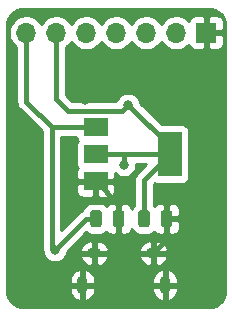
<source format=gbr>
%TF.GenerationSoftware,KiCad,Pcbnew,(5.1.7)-1*%
%TF.CreationDate,2021-02-24T18:36:54+01:00*%
%TF.ProjectId,Temperature-controller-with-ESP8266,54656d70-6572-4617-9475-72652d636f6e,rev?*%
%TF.SameCoordinates,Original*%
%TF.FileFunction,Copper,L2,Bot*%
%TF.FilePolarity,Positive*%
%FSLAX46Y46*%
G04 Gerber Fmt 4.6, Leading zero omitted, Abs format (unit mm)*
G04 Created by KiCad (PCBNEW (5.1.7)-1) date 2021-02-24 18:36:54*
%MOMM*%
%LPD*%
G01*
G04 APERTURE LIST*
%TA.AperFunction,ComponentPad*%
%ADD10O,1.250000X0.950000*%
%TD*%
%TA.AperFunction,ComponentPad*%
%ADD11O,0.890000X1.550000*%
%TD*%
%TA.AperFunction,SMDPad,CuDef*%
%ADD12R,2.000000X3.800000*%
%TD*%
%TA.AperFunction,SMDPad,CuDef*%
%ADD13R,2.000000X1.500000*%
%TD*%
%TA.AperFunction,ComponentPad*%
%ADD14R,1.700000X1.700000*%
%TD*%
%TA.AperFunction,ComponentPad*%
%ADD15O,1.700000X1.700000*%
%TD*%
%TA.AperFunction,ViaPad*%
%ADD16C,0.800000*%
%TD*%
%TA.AperFunction,Conductor*%
%ADD17C,0.400000*%
%TD*%
%TA.AperFunction,Conductor*%
%ADD18C,0.254000*%
%TD*%
%TA.AperFunction,Conductor*%
%ADD19C,0.100000*%
%TD*%
G04 APERTURE END LIST*
%TO.P,C7,1*%
%TO.N,Net-(C7-Pad1)*%
%TA.AperFunction,SMDPad,CuDef*%
G36*
G01*
X131646000Y-89756000D02*
X131646000Y-88806000D01*
G75*
G02*
X131896000Y-88556000I250000J0D01*
G01*
X132396000Y-88556000D01*
G75*
G02*
X132646000Y-88806000I0J-250000D01*
G01*
X132646000Y-89756000D01*
G75*
G02*
X132396000Y-90006000I-250000J0D01*
G01*
X131896000Y-90006000D01*
G75*
G02*
X131646000Y-89756000I0J250000D01*
G01*
G37*
%TD.AperFunction*%
%TO.P,C7,2*%
%TO.N,Net-(C5-Pad2)*%
%TA.AperFunction,SMDPad,CuDef*%
G36*
G01*
X133546000Y-89756000D02*
X133546000Y-88806000D01*
G75*
G02*
X133796000Y-88556000I250000J0D01*
G01*
X134296000Y-88556000D01*
G75*
G02*
X134546000Y-88806000I0J-250000D01*
G01*
X134546000Y-89756000D01*
G75*
G02*
X134296000Y-90006000I-250000J0D01*
G01*
X133796000Y-90006000D01*
G75*
G02*
X133546000Y-89756000I0J250000D01*
G01*
G37*
%TD.AperFunction*%
%TD*%
%TO.P,C8,2*%
%TO.N,Net-(C5-Pad2)*%
%TA.AperFunction,SMDPad,CuDef*%
G36*
G01*
X137610000Y-89756000D02*
X137610000Y-88806000D01*
G75*
G02*
X137860000Y-88556000I250000J0D01*
G01*
X138360000Y-88556000D01*
G75*
G02*
X138610000Y-88806000I0J-250000D01*
G01*
X138610000Y-89756000D01*
G75*
G02*
X138360000Y-90006000I-250000J0D01*
G01*
X137860000Y-90006000D01*
G75*
G02*
X137610000Y-89756000I0J250000D01*
G01*
G37*
%TD.AperFunction*%
%TO.P,C8,1*%
%TO.N,Net-(C8-Pad1)*%
%TA.AperFunction,SMDPad,CuDef*%
G36*
G01*
X135710000Y-89756000D02*
X135710000Y-88806000D01*
G75*
G02*
X135960000Y-88556000I250000J0D01*
G01*
X136460000Y-88556000D01*
G75*
G02*
X136710000Y-88806000I0J-250000D01*
G01*
X136710000Y-89756000D01*
G75*
G02*
X136460000Y-90006000I-250000J0D01*
G01*
X135960000Y-90006000D01*
G75*
G02*
X135710000Y-89756000I0J250000D01*
G01*
G37*
%TD.AperFunction*%
%TD*%
D10*
%TO.P,J11,6*%
%TO.N,Net-(C5-Pad2)*%
X131993000Y-92199000D03*
X136993000Y-92199000D03*
D11*
X130993000Y-94899000D03*
X137993000Y-94899000D03*
%TD*%
D12*
%TO.P,U8,2*%
%TO.N,Net-(C8-Pad1)*%
X138405000Y-83820000D03*
D13*
X132105000Y-83820000D03*
%TO.P,U8,3*%
%TO.N,Net-(C7-Pad1)*%
X132105000Y-81520000D03*
%TO.P,U8,1*%
%TO.N,Net-(C5-Pad2)*%
X132105000Y-86120000D03*
%TD*%
D14*
%TO.P,J12,1*%
%TO.N,Net-(C5-Pad2)*%
X141478000Y-73533000D03*
D15*
%TO.P,J12,2*%
%TO.N,Net-(J12-Pad2)*%
X138938000Y-73533000D03*
%TO.P,J12,3*%
%TO.N,Net-(J12-Pad3)*%
X136398000Y-73533000D03*
%TO.P,J12,4*%
%TO.N,Net-(J12-Pad4)*%
X133858000Y-73533000D03*
%TO.P,J12,5*%
%TO.N,Net-(J12-Pad5)*%
X131318000Y-73533000D03*
%TO.P,J12,6*%
%TO.N,Net-(C8-Pad1)*%
X128778000Y-73533000D03*
%TO.P,J12,7*%
%TO.N,Net-(C7-Pad1)*%
X126238000Y-73533000D03*
%TD*%
D16*
%TO.N,Net-(C7-Pad1)*%
X128651000Y-91948000D03*
%TO.N,Net-(C8-Pad1)*%
X134874000Y-79629000D03*
X134493000Y-84709000D03*
%TO.N,Net-(C5-Pad2)*%
X139573000Y-79375000D03*
X129921000Y-84074000D03*
X131191000Y-79248000D03*
%TD*%
D17*
%TO.N,Net-(C7-Pad1)*%
X132105000Y-81520000D02*
X128383000Y-81520000D01*
X128383000Y-81520000D02*
X126238000Y-79375000D01*
X131318000Y-89281000D02*
X128651000Y-91948000D01*
X132146000Y-89281000D02*
X131318000Y-89281000D01*
X128383000Y-91680000D02*
X128651000Y-91948000D01*
X128383000Y-81520000D02*
X128383000Y-91680000D01*
X126238000Y-73533000D02*
X126238000Y-79375000D01*
%TO.N,Net-(C8-Pad1)*%
X136210000Y-86015000D02*
X138405000Y-83820000D01*
X136210000Y-89281000D02*
X136210000Y-86015000D01*
X138405000Y-83160000D02*
X134874000Y-79629000D01*
X138405000Y-83820000D02*
X138405000Y-83160000D01*
X129790999Y-80175001D02*
X128778000Y-79162002D01*
X134327999Y-80175001D02*
X129790999Y-80175001D01*
X134874000Y-79629000D02*
X134327999Y-80175001D01*
X134493000Y-83947000D02*
X134620000Y-83820000D01*
X134493000Y-84709000D02*
X134493000Y-83947000D01*
X134620000Y-83820000D02*
X138405000Y-83820000D01*
X132105000Y-83820000D02*
X134620000Y-83820000D01*
X128778000Y-73533000D02*
X128778000Y-79162002D01*
%TO.N,Net-(C5-Pad2)*%
X138110000Y-91082000D02*
X136993000Y-92199000D01*
X138110000Y-89281000D02*
X138110000Y-91082000D01*
X134046000Y-88061000D02*
X132105000Y-86120000D01*
X134046000Y-89281000D02*
X134046000Y-88061000D01*
%TD*%
D18*
%TO.N,Net-(C5-Pad2)*%
X141997875Y-71555234D02*
X142253622Y-71632448D01*
X142489504Y-71757869D01*
X142696530Y-71926716D01*
X142866813Y-72132554D01*
X142993879Y-72367556D01*
X143072876Y-72622756D01*
X143104001Y-72918891D01*
X143104000Y-95344721D01*
X143074766Y-95642876D01*
X142997551Y-95898624D01*
X142872131Y-96134504D01*
X142703289Y-96341525D01*
X142497446Y-96511813D01*
X142262444Y-96638879D01*
X142007240Y-96717877D01*
X141711118Y-96749000D01*
X126016279Y-96749000D01*
X125718124Y-96719766D01*
X125462376Y-96642551D01*
X125226496Y-96517131D01*
X125019475Y-96348289D01*
X124849187Y-96142446D01*
X124722121Y-95907444D01*
X124643123Y-95652240D01*
X124612000Y-95356118D01*
X124612000Y-95026000D01*
X129913000Y-95026000D01*
X129913000Y-95356000D01*
X129958528Y-95564257D01*
X130043810Y-95759631D01*
X130165569Y-95934613D01*
X130319126Y-96082479D01*
X130498580Y-96197546D01*
X130699787Y-96268435D01*
X130866000Y-96141454D01*
X130866000Y-95026000D01*
X131120000Y-95026000D01*
X131120000Y-96141454D01*
X131286213Y-96268435D01*
X131487420Y-96197546D01*
X131666874Y-96082479D01*
X131820431Y-95934613D01*
X131942190Y-95759631D01*
X132027472Y-95564257D01*
X132073000Y-95356000D01*
X132073000Y-95026000D01*
X136913000Y-95026000D01*
X136913000Y-95356000D01*
X136958528Y-95564257D01*
X137043810Y-95759631D01*
X137165569Y-95934613D01*
X137319126Y-96082479D01*
X137498580Y-96197546D01*
X137699787Y-96268435D01*
X137866000Y-96141454D01*
X137866000Y-95026000D01*
X138120000Y-95026000D01*
X138120000Y-96141454D01*
X138286213Y-96268435D01*
X138487420Y-96197546D01*
X138666874Y-96082479D01*
X138820431Y-95934613D01*
X138942190Y-95759631D01*
X139027472Y-95564257D01*
X139073000Y-95356000D01*
X139073000Y-95026000D01*
X138120000Y-95026000D01*
X137866000Y-95026000D01*
X136913000Y-95026000D01*
X132073000Y-95026000D01*
X131120000Y-95026000D01*
X130866000Y-95026000D01*
X129913000Y-95026000D01*
X124612000Y-95026000D01*
X124612000Y-94442000D01*
X129913000Y-94442000D01*
X129913000Y-94772000D01*
X130866000Y-94772000D01*
X130866000Y-93656546D01*
X131120000Y-93656546D01*
X131120000Y-94772000D01*
X132073000Y-94772000D01*
X132073000Y-94442000D01*
X136913000Y-94442000D01*
X136913000Y-94772000D01*
X137866000Y-94772000D01*
X137866000Y-93656546D01*
X138120000Y-93656546D01*
X138120000Y-94772000D01*
X139073000Y-94772000D01*
X139073000Y-94442000D01*
X139027472Y-94233743D01*
X138942190Y-94038369D01*
X138820431Y-93863387D01*
X138666874Y-93715521D01*
X138487420Y-93600454D01*
X138286213Y-93529565D01*
X138120000Y-93656546D01*
X137866000Y-93656546D01*
X137699787Y-93529565D01*
X137498580Y-93600454D01*
X137319126Y-93715521D01*
X137165569Y-93863387D01*
X137043810Y-94038369D01*
X136958528Y-94233743D01*
X136913000Y-94442000D01*
X132073000Y-94442000D01*
X132027472Y-94233743D01*
X131942190Y-94038369D01*
X131820431Y-93863387D01*
X131666874Y-93715521D01*
X131487420Y-93600454D01*
X131286213Y-93529565D01*
X131120000Y-93656546D01*
X130866000Y-93656546D01*
X130699787Y-93529565D01*
X130498580Y-93600454D01*
X130319126Y-93715521D01*
X130165569Y-93863387D01*
X130043810Y-94038369D01*
X129958528Y-94233743D01*
X129913000Y-94442000D01*
X124612000Y-94442000D01*
X124612000Y-73386740D01*
X124753000Y-73386740D01*
X124753000Y-73679260D01*
X124810068Y-73966158D01*
X124922010Y-74236411D01*
X125084525Y-74479632D01*
X125291368Y-74686475D01*
X125403000Y-74761065D01*
X125403001Y-79333972D01*
X125398960Y-79375000D01*
X125415082Y-79538688D01*
X125462828Y-79696086D01*
X125514464Y-79792689D01*
X125540365Y-79841146D01*
X125644710Y-79968291D01*
X125676574Y-79994441D01*
X127548000Y-81865868D01*
X127548001Y-91638971D01*
X127543960Y-91680000D01*
X127560082Y-91843688D01*
X127607828Y-92001086D01*
X127616000Y-92016375D01*
X127616000Y-92049939D01*
X127655774Y-92249898D01*
X127733795Y-92438256D01*
X127847063Y-92607774D01*
X127991226Y-92751937D01*
X128160744Y-92865205D01*
X128349102Y-92943226D01*
X128549061Y-92983000D01*
X128752939Y-92983000D01*
X128952898Y-92943226D01*
X129141256Y-92865205D01*
X129310774Y-92751937D01*
X129454937Y-92607774D01*
X129528995Y-92496938D01*
X130773732Y-92496938D01*
X130843397Y-92685150D01*
X130957447Y-92870822D01*
X131105529Y-93030676D01*
X131281951Y-93158569D01*
X131479934Y-93249586D01*
X131691869Y-93300230D01*
X131866000Y-93151564D01*
X131866000Y-92326000D01*
X132120000Y-92326000D01*
X132120000Y-93151564D01*
X132294131Y-93300230D01*
X132506066Y-93249586D01*
X132704049Y-93158569D01*
X132880471Y-93030676D01*
X133028553Y-92870822D01*
X133142603Y-92685150D01*
X133212268Y-92496938D01*
X135773732Y-92496938D01*
X135843397Y-92685150D01*
X135957447Y-92870822D01*
X136105529Y-93030676D01*
X136281951Y-93158569D01*
X136479934Y-93249586D01*
X136691869Y-93300230D01*
X136866000Y-93151564D01*
X136866000Y-92326000D01*
X137120000Y-92326000D01*
X137120000Y-93151564D01*
X137294131Y-93300230D01*
X137506066Y-93249586D01*
X137704049Y-93158569D01*
X137880471Y-93030676D01*
X138028553Y-92870822D01*
X138142603Y-92685150D01*
X138212268Y-92496938D01*
X138085734Y-92326000D01*
X137120000Y-92326000D01*
X136866000Y-92326000D01*
X135900266Y-92326000D01*
X135773732Y-92496938D01*
X133212268Y-92496938D01*
X133085734Y-92326000D01*
X132120000Y-92326000D01*
X131866000Y-92326000D01*
X130900266Y-92326000D01*
X130773732Y-92496938D01*
X129528995Y-92496938D01*
X129568205Y-92438256D01*
X129646226Y-92249898D01*
X129675093Y-92104775D01*
X129878806Y-91901062D01*
X130773732Y-91901062D01*
X130900266Y-92072000D01*
X131866000Y-92072000D01*
X131866000Y-91246436D01*
X132120000Y-91246436D01*
X132120000Y-92072000D01*
X133085734Y-92072000D01*
X133212268Y-91901062D01*
X135773732Y-91901062D01*
X135900266Y-92072000D01*
X136866000Y-92072000D01*
X136866000Y-91246436D01*
X137120000Y-91246436D01*
X137120000Y-92072000D01*
X138085734Y-92072000D01*
X138212268Y-91901062D01*
X138142603Y-91712850D01*
X138028553Y-91527178D01*
X137880471Y-91367324D01*
X137704049Y-91239431D01*
X137506066Y-91148414D01*
X137294131Y-91097770D01*
X137120000Y-91246436D01*
X136866000Y-91246436D01*
X136691869Y-91097770D01*
X136479934Y-91148414D01*
X136281951Y-91239431D01*
X136105529Y-91367324D01*
X135957447Y-91527178D01*
X135843397Y-91712850D01*
X135773732Y-91901062D01*
X133212268Y-91901062D01*
X133142603Y-91712850D01*
X133028553Y-91527178D01*
X132880471Y-91367324D01*
X132704049Y-91239431D01*
X132506066Y-91148414D01*
X132294131Y-91097770D01*
X132120000Y-91246436D01*
X131866000Y-91246436D01*
X131691869Y-91097770D01*
X131479934Y-91148414D01*
X131281951Y-91239431D01*
X131105529Y-91367324D01*
X130957447Y-91527178D01*
X130843397Y-91712850D01*
X130773732Y-91901062D01*
X129878806Y-91901062D01*
X131338269Y-90441599D01*
X131402614Y-90494405D01*
X131556150Y-90576472D01*
X131722746Y-90627008D01*
X131896000Y-90644072D01*
X132396000Y-90644072D01*
X132569254Y-90627008D01*
X132735850Y-90576472D01*
X132889386Y-90494405D01*
X133023962Y-90383962D01*
X133029342Y-90377406D01*
X133094815Y-90457185D01*
X133191506Y-90536537D01*
X133301820Y-90595502D01*
X133421518Y-90631812D01*
X133546000Y-90644072D01*
X133760250Y-90641000D01*
X133919000Y-90482250D01*
X133919000Y-89408000D01*
X133899000Y-89408000D01*
X133899000Y-89154000D01*
X133919000Y-89154000D01*
X133919000Y-88079750D01*
X133760250Y-87921000D01*
X133546000Y-87917928D01*
X133421518Y-87930188D01*
X133301820Y-87966498D01*
X133191506Y-88025463D01*
X133094815Y-88104815D01*
X133029342Y-88184594D01*
X133023962Y-88178038D01*
X132889386Y-88067595D01*
X132735850Y-87985528D01*
X132569254Y-87934992D01*
X132396000Y-87917928D01*
X131896000Y-87917928D01*
X131722746Y-87934992D01*
X131556150Y-87985528D01*
X131402614Y-88067595D01*
X131268038Y-88178038D01*
X131157595Y-88312614D01*
X131075528Y-88466150D01*
X131070239Y-88483585D01*
X130996913Y-88505828D01*
X130851854Y-88583364D01*
X130724709Y-88687709D01*
X130698563Y-88719568D01*
X129218000Y-90200132D01*
X129218000Y-86870000D01*
X130466928Y-86870000D01*
X130479188Y-86994482D01*
X130515498Y-87114180D01*
X130574463Y-87224494D01*
X130653815Y-87321185D01*
X130750506Y-87400537D01*
X130860820Y-87459502D01*
X130980518Y-87495812D01*
X131105000Y-87508072D01*
X131819250Y-87505000D01*
X131978000Y-87346250D01*
X131978000Y-86247000D01*
X132232000Y-86247000D01*
X132232000Y-87346250D01*
X132390750Y-87505000D01*
X133105000Y-87508072D01*
X133229482Y-87495812D01*
X133349180Y-87459502D01*
X133459494Y-87400537D01*
X133556185Y-87321185D01*
X133635537Y-87224494D01*
X133694502Y-87114180D01*
X133730812Y-86994482D01*
X133743072Y-86870000D01*
X133740000Y-86405750D01*
X133581250Y-86247000D01*
X132232000Y-86247000D01*
X131978000Y-86247000D01*
X130628750Y-86247000D01*
X130470000Y-86405750D01*
X130466928Y-86870000D01*
X129218000Y-86870000D01*
X129218000Y-82355000D01*
X130475299Y-82355000D01*
X130479188Y-82394482D01*
X130515498Y-82514180D01*
X130574463Y-82624494D01*
X130611809Y-82670000D01*
X130574463Y-82715506D01*
X130515498Y-82825820D01*
X130479188Y-82945518D01*
X130466928Y-83070000D01*
X130466928Y-84570000D01*
X130479188Y-84694482D01*
X130515498Y-84814180D01*
X130574463Y-84924494D01*
X130611809Y-84970000D01*
X130574463Y-85015506D01*
X130515498Y-85125820D01*
X130479188Y-85245518D01*
X130466928Y-85370000D01*
X130470000Y-85834250D01*
X130628750Y-85993000D01*
X131978000Y-85993000D01*
X131978000Y-85973000D01*
X132232000Y-85973000D01*
X132232000Y-85993000D01*
X133581250Y-85993000D01*
X133740000Y-85834250D01*
X133742725Y-85422436D01*
X133833226Y-85512937D01*
X134002744Y-85626205D01*
X134191102Y-85704226D01*
X134391061Y-85744000D01*
X134594939Y-85744000D01*
X134794898Y-85704226D01*
X134983256Y-85626205D01*
X135152774Y-85512937D01*
X135296937Y-85368774D01*
X135410205Y-85199256D01*
X135488226Y-85010898D01*
X135528000Y-84810939D01*
X135528000Y-84655000D01*
X136389132Y-84655000D01*
X135648574Y-85395559D01*
X135616710Y-85421709D01*
X135590562Y-85453571D01*
X135512364Y-85548855D01*
X135434828Y-85693914D01*
X135387082Y-85851312D01*
X135370960Y-86015000D01*
X135375001Y-86056028D01*
X135375000Y-88142780D01*
X135332038Y-88178038D01*
X135221595Y-88312614D01*
X135166826Y-88415080D01*
X135135502Y-88311820D01*
X135076537Y-88201506D01*
X134997185Y-88104815D01*
X134900494Y-88025463D01*
X134790180Y-87966498D01*
X134670482Y-87930188D01*
X134546000Y-87917928D01*
X134331750Y-87921000D01*
X134173000Y-88079750D01*
X134173000Y-89154000D01*
X134193000Y-89154000D01*
X134193000Y-89408000D01*
X134173000Y-89408000D01*
X134173000Y-90482250D01*
X134331750Y-90641000D01*
X134546000Y-90644072D01*
X134670482Y-90631812D01*
X134790180Y-90595502D01*
X134900494Y-90536537D01*
X134997185Y-90457185D01*
X135076537Y-90360494D01*
X135135502Y-90250180D01*
X135166826Y-90146920D01*
X135221595Y-90249386D01*
X135332038Y-90383962D01*
X135466614Y-90494405D01*
X135620150Y-90576472D01*
X135786746Y-90627008D01*
X135960000Y-90644072D01*
X136460000Y-90644072D01*
X136633254Y-90627008D01*
X136799850Y-90576472D01*
X136953386Y-90494405D01*
X137087962Y-90383962D01*
X137093342Y-90377406D01*
X137158815Y-90457185D01*
X137255506Y-90536537D01*
X137365820Y-90595502D01*
X137485518Y-90631812D01*
X137610000Y-90644072D01*
X137824250Y-90641000D01*
X137983000Y-90482250D01*
X137983000Y-89408000D01*
X138237000Y-89408000D01*
X138237000Y-90482250D01*
X138395750Y-90641000D01*
X138610000Y-90644072D01*
X138734482Y-90631812D01*
X138854180Y-90595502D01*
X138964494Y-90536537D01*
X139061185Y-90457185D01*
X139140537Y-90360494D01*
X139199502Y-90250180D01*
X139235812Y-90130482D01*
X139248072Y-90006000D01*
X139245000Y-89566750D01*
X139086250Y-89408000D01*
X138237000Y-89408000D01*
X137983000Y-89408000D01*
X137963000Y-89408000D01*
X137963000Y-89154000D01*
X137983000Y-89154000D01*
X137983000Y-88079750D01*
X138237000Y-88079750D01*
X138237000Y-89154000D01*
X139086250Y-89154000D01*
X139245000Y-88995250D01*
X139248072Y-88556000D01*
X139235812Y-88431518D01*
X139199502Y-88311820D01*
X139140537Y-88201506D01*
X139061185Y-88104815D01*
X138964494Y-88025463D01*
X138854180Y-87966498D01*
X138734482Y-87930188D01*
X138610000Y-87917928D01*
X138395750Y-87921000D01*
X138237000Y-88079750D01*
X137983000Y-88079750D01*
X137824250Y-87921000D01*
X137610000Y-87917928D01*
X137485518Y-87930188D01*
X137365820Y-87966498D01*
X137255506Y-88025463D01*
X137158815Y-88104815D01*
X137093342Y-88184594D01*
X137087962Y-88178038D01*
X137045000Y-88142780D01*
X137045000Y-86360867D01*
X137118817Y-86287050D01*
X137160820Y-86309502D01*
X137280518Y-86345812D01*
X137405000Y-86358072D01*
X139405000Y-86358072D01*
X139529482Y-86345812D01*
X139649180Y-86309502D01*
X139759494Y-86250537D01*
X139856185Y-86171185D01*
X139935537Y-86074494D01*
X139994502Y-85964180D01*
X140030812Y-85844482D01*
X140043072Y-85720000D01*
X140043072Y-81920000D01*
X140030812Y-81795518D01*
X139994502Y-81675820D01*
X139935537Y-81565506D01*
X139856185Y-81468815D01*
X139759494Y-81389463D01*
X139649180Y-81330498D01*
X139529482Y-81294188D01*
X139405000Y-81281928D01*
X137707796Y-81281928D01*
X135898093Y-79472225D01*
X135869226Y-79327102D01*
X135791205Y-79138744D01*
X135677937Y-78969226D01*
X135533774Y-78825063D01*
X135364256Y-78711795D01*
X135175898Y-78633774D01*
X134975939Y-78594000D01*
X134772061Y-78594000D01*
X134572102Y-78633774D01*
X134383744Y-78711795D01*
X134214226Y-78825063D01*
X134070063Y-78969226D01*
X133956795Y-79138744D01*
X133878774Y-79327102D01*
X133876208Y-79340001D01*
X130136867Y-79340001D01*
X129613000Y-78816134D01*
X129613000Y-74761065D01*
X129724632Y-74686475D01*
X129931475Y-74479632D01*
X130048000Y-74305240D01*
X130164525Y-74479632D01*
X130371368Y-74686475D01*
X130614589Y-74848990D01*
X130884842Y-74960932D01*
X131171740Y-75018000D01*
X131464260Y-75018000D01*
X131751158Y-74960932D01*
X132021411Y-74848990D01*
X132264632Y-74686475D01*
X132471475Y-74479632D01*
X132588000Y-74305240D01*
X132704525Y-74479632D01*
X132911368Y-74686475D01*
X133154589Y-74848990D01*
X133424842Y-74960932D01*
X133711740Y-75018000D01*
X134004260Y-75018000D01*
X134291158Y-74960932D01*
X134561411Y-74848990D01*
X134804632Y-74686475D01*
X135011475Y-74479632D01*
X135128000Y-74305240D01*
X135244525Y-74479632D01*
X135451368Y-74686475D01*
X135694589Y-74848990D01*
X135964842Y-74960932D01*
X136251740Y-75018000D01*
X136544260Y-75018000D01*
X136831158Y-74960932D01*
X137101411Y-74848990D01*
X137344632Y-74686475D01*
X137551475Y-74479632D01*
X137668000Y-74305240D01*
X137784525Y-74479632D01*
X137991368Y-74686475D01*
X138234589Y-74848990D01*
X138504842Y-74960932D01*
X138791740Y-75018000D01*
X139084260Y-75018000D01*
X139371158Y-74960932D01*
X139641411Y-74848990D01*
X139884632Y-74686475D01*
X140016487Y-74554620D01*
X140038498Y-74627180D01*
X140097463Y-74737494D01*
X140176815Y-74834185D01*
X140273506Y-74913537D01*
X140383820Y-74972502D01*
X140503518Y-75008812D01*
X140628000Y-75021072D01*
X141192250Y-75018000D01*
X141351000Y-74859250D01*
X141351000Y-73660000D01*
X141605000Y-73660000D01*
X141605000Y-74859250D01*
X141763750Y-75018000D01*
X142328000Y-75021072D01*
X142452482Y-75008812D01*
X142572180Y-74972502D01*
X142682494Y-74913537D01*
X142779185Y-74834185D01*
X142858537Y-74737494D01*
X142917502Y-74627180D01*
X142953812Y-74507482D01*
X142966072Y-74383000D01*
X142963000Y-73818750D01*
X142804250Y-73660000D01*
X141605000Y-73660000D01*
X141351000Y-73660000D01*
X141331000Y-73660000D01*
X141331000Y-73406000D01*
X141351000Y-73406000D01*
X141351000Y-72206750D01*
X141605000Y-72206750D01*
X141605000Y-73406000D01*
X142804250Y-73406000D01*
X142963000Y-73247250D01*
X142966072Y-72683000D01*
X142953812Y-72558518D01*
X142917502Y-72438820D01*
X142858537Y-72328506D01*
X142779185Y-72231815D01*
X142682494Y-72152463D01*
X142572180Y-72093498D01*
X142452482Y-72057188D01*
X142328000Y-72044928D01*
X141763750Y-72048000D01*
X141605000Y-72206750D01*
X141351000Y-72206750D01*
X141192250Y-72048000D01*
X140628000Y-72044928D01*
X140503518Y-72057188D01*
X140383820Y-72093498D01*
X140273506Y-72152463D01*
X140176815Y-72231815D01*
X140097463Y-72328506D01*
X140038498Y-72438820D01*
X140016487Y-72511380D01*
X139884632Y-72379525D01*
X139641411Y-72217010D01*
X139371158Y-72105068D01*
X139084260Y-72048000D01*
X138791740Y-72048000D01*
X138504842Y-72105068D01*
X138234589Y-72217010D01*
X137991368Y-72379525D01*
X137784525Y-72586368D01*
X137668000Y-72760760D01*
X137551475Y-72586368D01*
X137344632Y-72379525D01*
X137101411Y-72217010D01*
X136831158Y-72105068D01*
X136544260Y-72048000D01*
X136251740Y-72048000D01*
X135964842Y-72105068D01*
X135694589Y-72217010D01*
X135451368Y-72379525D01*
X135244525Y-72586368D01*
X135128000Y-72760760D01*
X135011475Y-72586368D01*
X134804632Y-72379525D01*
X134561411Y-72217010D01*
X134291158Y-72105068D01*
X134004260Y-72048000D01*
X133711740Y-72048000D01*
X133424842Y-72105068D01*
X133154589Y-72217010D01*
X132911368Y-72379525D01*
X132704525Y-72586368D01*
X132588000Y-72760760D01*
X132471475Y-72586368D01*
X132264632Y-72379525D01*
X132021411Y-72217010D01*
X131751158Y-72105068D01*
X131464260Y-72048000D01*
X131171740Y-72048000D01*
X130884842Y-72105068D01*
X130614589Y-72217010D01*
X130371368Y-72379525D01*
X130164525Y-72586368D01*
X130048000Y-72760760D01*
X129931475Y-72586368D01*
X129724632Y-72379525D01*
X129481411Y-72217010D01*
X129211158Y-72105068D01*
X128924260Y-72048000D01*
X128631740Y-72048000D01*
X128344842Y-72105068D01*
X128074589Y-72217010D01*
X127831368Y-72379525D01*
X127624525Y-72586368D01*
X127508000Y-72760760D01*
X127391475Y-72586368D01*
X127184632Y-72379525D01*
X126941411Y-72217010D01*
X126671158Y-72105068D01*
X126384260Y-72048000D01*
X126091740Y-72048000D01*
X125804842Y-72105068D01*
X125534589Y-72217010D01*
X125291368Y-72379525D01*
X125084525Y-72586368D01*
X124922010Y-72829589D01*
X124810068Y-73099842D01*
X124753000Y-73386740D01*
X124612000Y-73386740D01*
X124612000Y-72930279D01*
X124641234Y-72632125D01*
X124718448Y-72376378D01*
X124843869Y-72140496D01*
X125012716Y-71933470D01*
X125218554Y-71763187D01*
X125453556Y-71636121D01*
X125708756Y-71557124D01*
X126004882Y-71526000D01*
X141699721Y-71526000D01*
X141997875Y-71555234D01*
%TA.AperFunction,Conductor*%
D19*
G36*
X141997875Y-71555234D02*
G01*
X142253622Y-71632448D01*
X142489504Y-71757869D01*
X142696530Y-71926716D01*
X142866813Y-72132554D01*
X142993879Y-72367556D01*
X143072876Y-72622756D01*
X143104001Y-72918891D01*
X143104000Y-95344721D01*
X143074766Y-95642876D01*
X142997551Y-95898624D01*
X142872131Y-96134504D01*
X142703289Y-96341525D01*
X142497446Y-96511813D01*
X142262444Y-96638879D01*
X142007240Y-96717877D01*
X141711118Y-96749000D01*
X126016279Y-96749000D01*
X125718124Y-96719766D01*
X125462376Y-96642551D01*
X125226496Y-96517131D01*
X125019475Y-96348289D01*
X124849187Y-96142446D01*
X124722121Y-95907444D01*
X124643123Y-95652240D01*
X124612000Y-95356118D01*
X124612000Y-95026000D01*
X129913000Y-95026000D01*
X129913000Y-95356000D01*
X129958528Y-95564257D01*
X130043810Y-95759631D01*
X130165569Y-95934613D01*
X130319126Y-96082479D01*
X130498580Y-96197546D01*
X130699787Y-96268435D01*
X130866000Y-96141454D01*
X130866000Y-95026000D01*
X131120000Y-95026000D01*
X131120000Y-96141454D01*
X131286213Y-96268435D01*
X131487420Y-96197546D01*
X131666874Y-96082479D01*
X131820431Y-95934613D01*
X131942190Y-95759631D01*
X132027472Y-95564257D01*
X132073000Y-95356000D01*
X132073000Y-95026000D01*
X136913000Y-95026000D01*
X136913000Y-95356000D01*
X136958528Y-95564257D01*
X137043810Y-95759631D01*
X137165569Y-95934613D01*
X137319126Y-96082479D01*
X137498580Y-96197546D01*
X137699787Y-96268435D01*
X137866000Y-96141454D01*
X137866000Y-95026000D01*
X138120000Y-95026000D01*
X138120000Y-96141454D01*
X138286213Y-96268435D01*
X138487420Y-96197546D01*
X138666874Y-96082479D01*
X138820431Y-95934613D01*
X138942190Y-95759631D01*
X139027472Y-95564257D01*
X139073000Y-95356000D01*
X139073000Y-95026000D01*
X138120000Y-95026000D01*
X137866000Y-95026000D01*
X136913000Y-95026000D01*
X132073000Y-95026000D01*
X131120000Y-95026000D01*
X130866000Y-95026000D01*
X129913000Y-95026000D01*
X124612000Y-95026000D01*
X124612000Y-94442000D01*
X129913000Y-94442000D01*
X129913000Y-94772000D01*
X130866000Y-94772000D01*
X130866000Y-93656546D01*
X131120000Y-93656546D01*
X131120000Y-94772000D01*
X132073000Y-94772000D01*
X132073000Y-94442000D01*
X136913000Y-94442000D01*
X136913000Y-94772000D01*
X137866000Y-94772000D01*
X137866000Y-93656546D01*
X138120000Y-93656546D01*
X138120000Y-94772000D01*
X139073000Y-94772000D01*
X139073000Y-94442000D01*
X139027472Y-94233743D01*
X138942190Y-94038369D01*
X138820431Y-93863387D01*
X138666874Y-93715521D01*
X138487420Y-93600454D01*
X138286213Y-93529565D01*
X138120000Y-93656546D01*
X137866000Y-93656546D01*
X137699787Y-93529565D01*
X137498580Y-93600454D01*
X137319126Y-93715521D01*
X137165569Y-93863387D01*
X137043810Y-94038369D01*
X136958528Y-94233743D01*
X136913000Y-94442000D01*
X132073000Y-94442000D01*
X132027472Y-94233743D01*
X131942190Y-94038369D01*
X131820431Y-93863387D01*
X131666874Y-93715521D01*
X131487420Y-93600454D01*
X131286213Y-93529565D01*
X131120000Y-93656546D01*
X130866000Y-93656546D01*
X130699787Y-93529565D01*
X130498580Y-93600454D01*
X130319126Y-93715521D01*
X130165569Y-93863387D01*
X130043810Y-94038369D01*
X129958528Y-94233743D01*
X129913000Y-94442000D01*
X124612000Y-94442000D01*
X124612000Y-73386740D01*
X124753000Y-73386740D01*
X124753000Y-73679260D01*
X124810068Y-73966158D01*
X124922010Y-74236411D01*
X125084525Y-74479632D01*
X125291368Y-74686475D01*
X125403000Y-74761065D01*
X125403001Y-79333972D01*
X125398960Y-79375000D01*
X125415082Y-79538688D01*
X125462828Y-79696086D01*
X125514464Y-79792689D01*
X125540365Y-79841146D01*
X125644710Y-79968291D01*
X125676574Y-79994441D01*
X127548000Y-81865868D01*
X127548001Y-91638971D01*
X127543960Y-91680000D01*
X127560082Y-91843688D01*
X127607828Y-92001086D01*
X127616000Y-92016375D01*
X127616000Y-92049939D01*
X127655774Y-92249898D01*
X127733795Y-92438256D01*
X127847063Y-92607774D01*
X127991226Y-92751937D01*
X128160744Y-92865205D01*
X128349102Y-92943226D01*
X128549061Y-92983000D01*
X128752939Y-92983000D01*
X128952898Y-92943226D01*
X129141256Y-92865205D01*
X129310774Y-92751937D01*
X129454937Y-92607774D01*
X129528995Y-92496938D01*
X130773732Y-92496938D01*
X130843397Y-92685150D01*
X130957447Y-92870822D01*
X131105529Y-93030676D01*
X131281951Y-93158569D01*
X131479934Y-93249586D01*
X131691869Y-93300230D01*
X131866000Y-93151564D01*
X131866000Y-92326000D01*
X132120000Y-92326000D01*
X132120000Y-93151564D01*
X132294131Y-93300230D01*
X132506066Y-93249586D01*
X132704049Y-93158569D01*
X132880471Y-93030676D01*
X133028553Y-92870822D01*
X133142603Y-92685150D01*
X133212268Y-92496938D01*
X135773732Y-92496938D01*
X135843397Y-92685150D01*
X135957447Y-92870822D01*
X136105529Y-93030676D01*
X136281951Y-93158569D01*
X136479934Y-93249586D01*
X136691869Y-93300230D01*
X136866000Y-93151564D01*
X136866000Y-92326000D01*
X137120000Y-92326000D01*
X137120000Y-93151564D01*
X137294131Y-93300230D01*
X137506066Y-93249586D01*
X137704049Y-93158569D01*
X137880471Y-93030676D01*
X138028553Y-92870822D01*
X138142603Y-92685150D01*
X138212268Y-92496938D01*
X138085734Y-92326000D01*
X137120000Y-92326000D01*
X136866000Y-92326000D01*
X135900266Y-92326000D01*
X135773732Y-92496938D01*
X133212268Y-92496938D01*
X133085734Y-92326000D01*
X132120000Y-92326000D01*
X131866000Y-92326000D01*
X130900266Y-92326000D01*
X130773732Y-92496938D01*
X129528995Y-92496938D01*
X129568205Y-92438256D01*
X129646226Y-92249898D01*
X129675093Y-92104775D01*
X129878806Y-91901062D01*
X130773732Y-91901062D01*
X130900266Y-92072000D01*
X131866000Y-92072000D01*
X131866000Y-91246436D01*
X132120000Y-91246436D01*
X132120000Y-92072000D01*
X133085734Y-92072000D01*
X133212268Y-91901062D01*
X135773732Y-91901062D01*
X135900266Y-92072000D01*
X136866000Y-92072000D01*
X136866000Y-91246436D01*
X137120000Y-91246436D01*
X137120000Y-92072000D01*
X138085734Y-92072000D01*
X138212268Y-91901062D01*
X138142603Y-91712850D01*
X138028553Y-91527178D01*
X137880471Y-91367324D01*
X137704049Y-91239431D01*
X137506066Y-91148414D01*
X137294131Y-91097770D01*
X137120000Y-91246436D01*
X136866000Y-91246436D01*
X136691869Y-91097770D01*
X136479934Y-91148414D01*
X136281951Y-91239431D01*
X136105529Y-91367324D01*
X135957447Y-91527178D01*
X135843397Y-91712850D01*
X135773732Y-91901062D01*
X133212268Y-91901062D01*
X133142603Y-91712850D01*
X133028553Y-91527178D01*
X132880471Y-91367324D01*
X132704049Y-91239431D01*
X132506066Y-91148414D01*
X132294131Y-91097770D01*
X132120000Y-91246436D01*
X131866000Y-91246436D01*
X131691869Y-91097770D01*
X131479934Y-91148414D01*
X131281951Y-91239431D01*
X131105529Y-91367324D01*
X130957447Y-91527178D01*
X130843397Y-91712850D01*
X130773732Y-91901062D01*
X129878806Y-91901062D01*
X131338269Y-90441599D01*
X131402614Y-90494405D01*
X131556150Y-90576472D01*
X131722746Y-90627008D01*
X131896000Y-90644072D01*
X132396000Y-90644072D01*
X132569254Y-90627008D01*
X132735850Y-90576472D01*
X132889386Y-90494405D01*
X133023962Y-90383962D01*
X133029342Y-90377406D01*
X133094815Y-90457185D01*
X133191506Y-90536537D01*
X133301820Y-90595502D01*
X133421518Y-90631812D01*
X133546000Y-90644072D01*
X133760250Y-90641000D01*
X133919000Y-90482250D01*
X133919000Y-89408000D01*
X133899000Y-89408000D01*
X133899000Y-89154000D01*
X133919000Y-89154000D01*
X133919000Y-88079750D01*
X133760250Y-87921000D01*
X133546000Y-87917928D01*
X133421518Y-87930188D01*
X133301820Y-87966498D01*
X133191506Y-88025463D01*
X133094815Y-88104815D01*
X133029342Y-88184594D01*
X133023962Y-88178038D01*
X132889386Y-88067595D01*
X132735850Y-87985528D01*
X132569254Y-87934992D01*
X132396000Y-87917928D01*
X131896000Y-87917928D01*
X131722746Y-87934992D01*
X131556150Y-87985528D01*
X131402614Y-88067595D01*
X131268038Y-88178038D01*
X131157595Y-88312614D01*
X131075528Y-88466150D01*
X131070239Y-88483585D01*
X130996913Y-88505828D01*
X130851854Y-88583364D01*
X130724709Y-88687709D01*
X130698563Y-88719568D01*
X129218000Y-90200132D01*
X129218000Y-86870000D01*
X130466928Y-86870000D01*
X130479188Y-86994482D01*
X130515498Y-87114180D01*
X130574463Y-87224494D01*
X130653815Y-87321185D01*
X130750506Y-87400537D01*
X130860820Y-87459502D01*
X130980518Y-87495812D01*
X131105000Y-87508072D01*
X131819250Y-87505000D01*
X131978000Y-87346250D01*
X131978000Y-86247000D01*
X132232000Y-86247000D01*
X132232000Y-87346250D01*
X132390750Y-87505000D01*
X133105000Y-87508072D01*
X133229482Y-87495812D01*
X133349180Y-87459502D01*
X133459494Y-87400537D01*
X133556185Y-87321185D01*
X133635537Y-87224494D01*
X133694502Y-87114180D01*
X133730812Y-86994482D01*
X133743072Y-86870000D01*
X133740000Y-86405750D01*
X133581250Y-86247000D01*
X132232000Y-86247000D01*
X131978000Y-86247000D01*
X130628750Y-86247000D01*
X130470000Y-86405750D01*
X130466928Y-86870000D01*
X129218000Y-86870000D01*
X129218000Y-82355000D01*
X130475299Y-82355000D01*
X130479188Y-82394482D01*
X130515498Y-82514180D01*
X130574463Y-82624494D01*
X130611809Y-82670000D01*
X130574463Y-82715506D01*
X130515498Y-82825820D01*
X130479188Y-82945518D01*
X130466928Y-83070000D01*
X130466928Y-84570000D01*
X130479188Y-84694482D01*
X130515498Y-84814180D01*
X130574463Y-84924494D01*
X130611809Y-84970000D01*
X130574463Y-85015506D01*
X130515498Y-85125820D01*
X130479188Y-85245518D01*
X130466928Y-85370000D01*
X130470000Y-85834250D01*
X130628750Y-85993000D01*
X131978000Y-85993000D01*
X131978000Y-85973000D01*
X132232000Y-85973000D01*
X132232000Y-85993000D01*
X133581250Y-85993000D01*
X133740000Y-85834250D01*
X133742725Y-85422436D01*
X133833226Y-85512937D01*
X134002744Y-85626205D01*
X134191102Y-85704226D01*
X134391061Y-85744000D01*
X134594939Y-85744000D01*
X134794898Y-85704226D01*
X134983256Y-85626205D01*
X135152774Y-85512937D01*
X135296937Y-85368774D01*
X135410205Y-85199256D01*
X135488226Y-85010898D01*
X135528000Y-84810939D01*
X135528000Y-84655000D01*
X136389132Y-84655000D01*
X135648574Y-85395559D01*
X135616710Y-85421709D01*
X135590562Y-85453571D01*
X135512364Y-85548855D01*
X135434828Y-85693914D01*
X135387082Y-85851312D01*
X135370960Y-86015000D01*
X135375001Y-86056028D01*
X135375000Y-88142780D01*
X135332038Y-88178038D01*
X135221595Y-88312614D01*
X135166826Y-88415080D01*
X135135502Y-88311820D01*
X135076537Y-88201506D01*
X134997185Y-88104815D01*
X134900494Y-88025463D01*
X134790180Y-87966498D01*
X134670482Y-87930188D01*
X134546000Y-87917928D01*
X134331750Y-87921000D01*
X134173000Y-88079750D01*
X134173000Y-89154000D01*
X134193000Y-89154000D01*
X134193000Y-89408000D01*
X134173000Y-89408000D01*
X134173000Y-90482250D01*
X134331750Y-90641000D01*
X134546000Y-90644072D01*
X134670482Y-90631812D01*
X134790180Y-90595502D01*
X134900494Y-90536537D01*
X134997185Y-90457185D01*
X135076537Y-90360494D01*
X135135502Y-90250180D01*
X135166826Y-90146920D01*
X135221595Y-90249386D01*
X135332038Y-90383962D01*
X135466614Y-90494405D01*
X135620150Y-90576472D01*
X135786746Y-90627008D01*
X135960000Y-90644072D01*
X136460000Y-90644072D01*
X136633254Y-90627008D01*
X136799850Y-90576472D01*
X136953386Y-90494405D01*
X137087962Y-90383962D01*
X137093342Y-90377406D01*
X137158815Y-90457185D01*
X137255506Y-90536537D01*
X137365820Y-90595502D01*
X137485518Y-90631812D01*
X137610000Y-90644072D01*
X137824250Y-90641000D01*
X137983000Y-90482250D01*
X137983000Y-89408000D01*
X138237000Y-89408000D01*
X138237000Y-90482250D01*
X138395750Y-90641000D01*
X138610000Y-90644072D01*
X138734482Y-90631812D01*
X138854180Y-90595502D01*
X138964494Y-90536537D01*
X139061185Y-90457185D01*
X139140537Y-90360494D01*
X139199502Y-90250180D01*
X139235812Y-90130482D01*
X139248072Y-90006000D01*
X139245000Y-89566750D01*
X139086250Y-89408000D01*
X138237000Y-89408000D01*
X137983000Y-89408000D01*
X137963000Y-89408000D01*
X137963000Y-89154000D01*
X137983000Y-89154000D01*
X137983000Y-88079750D01*
X138237000Y-88079750D01*
X138237000Y-89154000D01*
X139086250Y-89154000D01*
X139245000Y-88995250D01*
X139248072Y-88556000D01*
X139235812Y-88431518D01*
X139199502Y-88311820D01*
X139140537Y-88201506D01*
X139061185Y-88104815D01*
X138964494Y-88025463D01*
X138854180Y-87966498D01*
X138734482Y-87930188D01*
X138610000Y-87917928D01*
X138395750Y-87921000D01*
X138237000Y-88079750D01*
X137983000Y-88079750D01*
X137824250Y-87921000D01*
X137610000Y-87917928D01*
X137485518Y-87930188D01*
X137365820Y-87966498D01*
X137255506Y-88025463D01*
X137158815Y-88104815D01*
X137093342Y-88184594D01*
X137087962Y-88178038D01*
X137045000Y-88142780D01*
X137045000Y-86360867D01*
X137118817Y-86287050D01*
X137160820Y-86309502D01*
X137280518Y-86345812D01*
X137405000Y-86358072D01*
X139405000Y-86358072D01*
X139529482Y-86345812D01*
X139649180Y-86309502D01*
X139759494Y-86250537D01*
X139856185Y-86171185D01*
X139935537Y-86074494D01*
X139994502Y-85964180D01*
X140030812Y-85844482D01*
X140043072Y-85720000D01*
X140043072Y-81920000D01*
X140030812Y-81795518D01*
X139994502Y-81675820D01*
X139935537Y-81565506D01*
X139856185Y-81468815D01*
X139759494Y-81389463D01*
X139649180Y-81330498D01*
X139529482Y-81294188D01*
X139405000Y-81281928D01*
X137707796Y-81281928D01*
X135898093Y-79472225D01*
X135869226Y-79327102D01*
X135791205Y-79138744D01*
X135677937Y-78969226D01*
X135533774Y-78825063D01*
X135364256Y-78711795D01*
X135175898Y-78633774D01*
X134975939Y-78594000D01*
X134772061Y-78594000D01*
X134572102Y-78633774D01*
X134383744Y-78711795D01*
X134214226Y-78825063D01*
X134070063Y-78969226D01*
X133956795Y-79138744D01*
X133878774Y-79327102D01*
X133876208Y-79340001D01*
X130136867Y-79340001D01*
X129613000Y-78816134D01*
X129613000Y-74761065D01*
X129724632Y-74686475D01*
X129931475Y-74479632D01*
X130048000Y-74305240D01*
X130164525Y-74479632D01*
X130371368Y-74686475D01*
X130614589Y-74848990D01*
X130884842Y-74960932D01*
X131171740Y-75018000D01*
X131464260Y-75018000D01*
X131751158Y-74960932D01*
X132021411Y-74848990D01*
X132264632Y-74686475D01*
X132471475Y-74479632D01*
X132588000Y-74305240D01*
X132704525Y-74479632D01*
X132911368Y-74686475D01*
X133154589Y-74848990D01*
X133424842Y-74960932D01*
X133711740Y-75018000D01*
X134004260Y-75018000D01*
X134291158Y-74960932D01*
X134561411Y-74848990D01*
X134804632Y-74686475D01*
X135011475Y-74479632D01*
X135128000Y-74305240D01*
X135244525Y-74479632D01*
X135451368Y-74686475D01*
X135694589Y-74848990D01*
X135964842Y-74960932D01*
X136251740Y-75018000D01*
X136544260Y-75018000D01*
X136831158Y-74960932D01*
X137101411Y-74848990D01*
X137344632Y-74686475D01*
X137551475Y-74479632D01*
X137668000Y-74305240D01*
X137784525Y-74479632D01*
X137991368Y-74686475D01*
X138234589Y-74848990D01*
X138504842Y-74960932D01*
X138791740Y-75018000D01*
X139084260Y-75018000D01*
X139371158Y-74960932D01*
X139641411Y-74848990D01*
X139884632Y-74686475D01*
X140016487Y-74554620D01*
X140038498Y-74627180D01*
X140097463Y-74737494D01*
X140176815Y-74834185D01*
X140273506Y-74913537D01*
X140383820Y-74972502D01*
X140503518Y-75008812D01*
X140628000Y-75021072D01*
X141192250Y-75018000D01*
X141351000Y-74859250D01*
X141351000Y-73660000D01*
X141605000Y-73660000D01*
X141605000Y-74859250D01*
X141763750Y-75018000D01*
X142328000Y-75021072D01*
X142452482Y-75008812D01*
X142572180Y-74972502D01*
X142682494Y-74913537D01*
X142779185Y-74834185D01*
X142858537Y-74737494D01*
X142917502Y-74627180D01*
X142953812Y-74507482D01*
X142966072Y-74383000D01*
X142963000Y-73818750D01*
X142804250Y-73660000D01*
X141605000Y-73660000D01*
X141351000Y-73660000D01*
X141331000Y-73660000D01*
X141331000Y-73406000D01*
X141351000Y-73406000D01*
X141351000Y-72206750D01*
X141605000Y-72206750D01*
X141605000Y-73406000D01*
X142804250Y-73406000D01*
X142963000Y-73247250D01*
X142966072Y-72683000D01*
X142953812Y-72558518D01*
X142917502Y-72438820D01*
X142858537Y-72328506D01*
X142779185Y-72231815D01*
X142682494Y-72152463D01*
X142572180Y-72093498D01*
X142452482Y-72057188D01*
X142328000Y-72044928D01*
X141763750Y-72048000D01*
X141605000Y-72206750D01*
X141351000Y-72206750D01*
X141192250Y-72048000D01*
X140628000Y-72044928D01*
X140503518Y-72057188D01*
X140383820Y-72093498D01*
X140273506Y-72152463D01*
X140176815Y-72231815D01*
X140097463Y-72328506D01*
X140038498Y-72438820D01*
X140016487Y-72511380D01*
X139884632Y-72379525D01*
X139641411Y-72217010D01*
X139371158Y-72105068D01*
X139084260Y-72048000D01*
X138791740Y-72048000D01*
X138504842Y-72105068D01*
X138234589Y-72217010D01*
X137991368Y-72379525D01*
X137784525Y-72586368D01*
X137668000Y-72760760D01*
X137551475Y-72586368D01*
X137344632Y-72379525D01*
X137101411Y-72217010D01*
X136831158Y-72105068D01*
X136544260Y-72048000D01*
X136251740Y-72048000D01*
X135964842Y-72105068D01*
X135694589Y-72217010D01*
X135451368Y-72379525D01*
X135244525Y-72586368D01*
X135128000Y-72760760D01*
X135011475Y-72586368D01*
X134804632Y-72379525D01*
X134561411Y-72217010D01*
X134291158Y-72105068D01*
X134004260Y-72048000D01*
X133711740Y-72048000D01*
X133424842Y-72105068D01*
X133154589Y-72217010D01*
X132911368Y-72379525D01*
X132704525Y-72586368D01*
X132588000Y-72760760D01*
X132471475Y-72586368D01*
X132264632Y-72379525D01*
X132021411Y-72217010D01*
X131751158Y-72105068D01*
X131464260Y-72048000D01*
X131171740Y-72048000D01*
X130884842Y-72105068D01*
X130614589Y-72217010D01*
X130371368Y-72379525D01*
X130164525Y-72586368D01*
X130048000Y-72760760D01*
X129931475Y-72586368D01*
X129724632Y-72379525D01*
X129481411Y-72217010D01*
X129211158Y-72105068D01*
X128924260Y-72048000D01*
X128631740Y-72048000D01*
X128344842Y-72105068D01*
X128074589Y-72217010D01*
X127831368Y-72379525D01*
X127624525Y-72586368D01*
X127508000Y-72760760D01*
X127391475Y-72586368D01*
X127184632Y-72379525D01*
X126941411Y-72217010D01*
X126671158Y-72105068D01*
X126384260Y-72048000D01*
X126091740Y-72048000D01*
X125804842Y-72105068D01*
X125534589Y-72217010D01*
X125291368Y-72379525D01*
X125084525Y-72586368D01*
X124922010Y-72829589D01*
X124810068Y-73099842D01*
X124753000Y-73386740D01*
X124612000Y-73386740D01*
X124612000Y-72930279D01*
X124641234Y-72632125D01*
X124718448Y-72376378D01*
X124843869Y-72140496D01*
X125012716Y-71933470D01*
X125218554Y-71763187D01*
X125453556Y-71636121D01*
X125708756Y-71557124D01*
X126004882Y-71526000D01*
X141699721Y-71526000D01*
X141997875Y-71555234D01*
G37*
%TD.AperFunction*%
%TD*%
M02*

</source>
